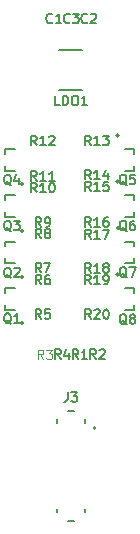
<source format=gbr>
%TF.GenerationSoftware,KiCad,Pcbnew,9.0.0*%
%TF.CreationDate,2025-04-08T23:38:32-04:00*%
%TF.ProjectId,pideck,70696465-636b-42e6-9b69-6361645f7063,rev?*%
%TF.SameCoordinates,Original*%
%TF.FileFunction,Legend,Top*%
%TF.FilePolarity,Positive*%
%FSLAX46Y46*%
G04 Gerber Fmt 4.6, Leading zero omitted, Abs format (unit mm)*
G04 Created by KiCad (PCBNEW 9.0.0) date 2025-04-08 23:38:32*
%MOMM*%
%LPD*%
G01*
G04 APERTURE LIST*
%ADD10C,0.150000*%
%ADD11C,0.125000*%
%ADD12C,0.152400*%
%ADD13C,0.127000*%
%ADD14C,0.200000*%
G04 APERTURE END LIST*
D10*
X132735714Y-87851145D02*
X132469047Y-87470192D01*
X132278571Y-87851145D02*
X132278571Y-87051145D01*
X132278571Y-87051145D02*
X132583333Y-87051145D01*
X132583333Y-87051145D02*
X132659523Y-87089240D01*
X132659523Y-87089240D02*
X132697618Y-87127335D01*
X132697618Y-87127335D02*
X132735714Y-87203526D01*
X132735714Y-87203526D02*
X132735714Y-87317811D01*
X132735714Y-87317811D02*
X132697618Y-87394002D01*
X132697618Y-87394002D02*
X132659523Y-87432097D01*
X132659523Y-87432097D02*
X132583333Y-87470192D01*
X132583333Y-87470192D02*
X132278571Y-87470192D01*
X133497618Y-87851145D02*
X133040475Y-87851145D01*
X133269047Y-87851145D02*
X133269047Y-87051145D01*
X133269047Y-87051145D02*
X133192856Y-87165430D01*
X133192856Y-87165430D02*
X133116666Y-87241621D01*
X133116666Y-87241621D02*
X133040475Y-87279716D01*
X133802380Y-87127335D02*
X133840476Y-87089240D01*
X133840476Y-87089240D02*
X133916666Y-87051145D01*
X133916666Y-87051145D02*
X134107142Y-87051145D01*
X134107142Y-87051145D02*
X134183333Y-87089240D01*
X134183333Y-87089240D02*
X134221428Y-87127335D01*
X134221428Y-87127335D02*
X134259523Y-87203526D01*
X134259523Y-87203526D02*
X134259523Y-87279716D01*
X134259523Y-87279716D02*
X134221428Y-87394002D01*
X134221428Y-87394002D02*
X133764285Y-87851145D01*
X133764285Y-87851145D02*
X134259523Y-87851145D01*
X133116667Y-94762295D02*
X132850000Y-94381342D01*
X132659524Y-94762295D02*
X132659524Y-93962295D01*
X132659524Y-93962295D02*
X132964286Y-93962295D01*
X132964286Y-93962295D02*
X133040476Y-94000390D01*
X133040476Y-94000390D02*
X133078571Y-94038485D01*
X133078571Y-94038485D02*
X133116667Y-94114676D01*
X133116667Y-94114676D02*
X133116667Y-94228961D01*
X133116667Y-94228961D02*
X133078571Y-94305152D01*
X133078571Y-94305152D02*
X133040476Y-94343247D01*
X133040476Y-94343247D02*
X132964286Y-94381342D01*
X132964286Y-94381342D02*
X132659524Y-94381342D01*
X133497619Y-94762295D02*
X133650000Y-94762295D01*
X133650000Y-94762295D02*
X133726190Y-94724200D01*
X133726190Y-94724200D02*
X133764286Y-94686104D01*
X133764286Y-94686104D02*
X133840476Y-94571819D01*
X133840476Y-94571819D02*
X133878571Y-94419438D01*
X133878571Y-94419438D02*
X133878571Y-94114676D01*
X133878571Y-94114676D02*
X133840476Y-94038485D01*
X133840476Y-94038485D02*
X133802381Y-94000390D01*
X133802381Y-94000390D02*
X133726190Y-93962295D01*
X133726190Y-93962295D02*
X133573809Y-93962295D01*
X133573809Y-93962295D02*
X133497619Y-94000390D01*
X133497619Y-94000390D02*
X133459524Y-94038485D01*
X133459524Y-94038485D02*
X133421428Y-94114676D01*
X133421428Y-94114676D02*
X133421428Y-94305152D01*
X133421428Y-94305152D02*
X133459524Y-94381342D01*
X133459524Y-94381342D02*
X133497619Y-94419438D01*
X133497619Y-94419438D02*
X133573809Y-94457533D01*
X133573809Y-94457533D02*
X133726190Y-94457533D01*
X133726190Y-94457533D02*
X133802381Y-94419438D01*
X133802381Y-94419438D02*
X133840476Y-94381342D01*
X133840476Y-94381342D02*
X133878571Y-94305152D01*
X140373809Y-103038485D02*
X140297619Y-103000390D01*
X140297619Y-103000390D02*
X140221428Y-102924200D01*
X140221428Y-102924200D02*
X140107142Y-102809914D01*
X140107142Y-102809914D02*
X140030952Y-102771819D01*
X140030952Y-102771819D02*
X139954761Y-102771819D01*
X139992857Y-102962295D02*
X139916666Y-102924200D01*
X139916666Y-102924200D02*
X139840476Y-102848009D01*
X139840476Y-102848009D02*
X139802380Y-102695628D01*
X139802380Y-102695628D02*
X139802380Y-102428961D01*
X139802380Y-102428961D02*
X139840476Y-102276580D01*
X139840476Y-102276580D02*
X139916666Y-102200390D01*
X139916666Y-102200390D02*
X139992857Y-102162295D01*
X139992857Y-102162295D02*
X140145238Y-102162295D01*
X140145238Y-102162295D02*
X140221428Y-102200390D01*
X140221428Y-102200390D02*
X140297619Y-102276580D01*
X140297619Y-102276580D02*
X140335714Y-102428961D01*
X140335714Y-102428961D02*
X140335714Y-102695628D01*
X140335714Y-102695628D02*
X140297619Y-102848009D01*
X140297619Y-102848009D02*
X140221428Y-102924200D01*
X140221428Y-102924200D02*
X140145238Y-102962295D01*
X140145238Y-102962295D02*
X139992857Y-102962295D01*
X140792856Y-102505152D02*
X140716666Y-102467057D01*
X140716666Y-102467057D02*
X140678571Y-102428961D01*
X140678571Y-102428961D02*
X140640475Y-102352771D01*
X140640475Y-102352771D02*
X140640475Y-102314676D01*
X140640475Y-102314676D02*
X140678571Y-102238485D01*
X140678571Y-102238485D02*
X140716666Y-102200390D01*
X140716666Y-102200390D02*
X140792856Y-102162295D01*
X140792856Y-102162295D02*
X140945237Y-102162295D01*
X140945237Y-102162295D02*
X141021428Y-102200390D01*
X141021428Y-102200390D02*
X141059523Y-102238485D01*
X141059523Y-102238485D02*
X141097618Y-102314676D01*
X141097618Y-102314676D02*
X141097618Y-102352771D01*
X141097618Y-102352771D02*
X141059523Y-102428961D01*
X141059523Y-102428961D02*
X141021428Y-102467057D01*
X141021428Y-102467057D02*
X140945237Y-102505152D01*
X140945237Y-102505152D02*
X140792856Y-102505152D01*
X140792856Y-102505152D02*
X140716666Y-102543247D01*
X140716666Y-102543247D02*
X140678571Y-102581342D01*
X140678571Y-102581342D02*
X140640475Y-102657533D01*
X140640475Y-102657533D02*
X140640475Y-102809914D01*
X140640475Y-102809914D02*
X140678571Y-102886104D01*
X140678571Y-102886104D02*
X140716666Y-102924200D01*
X140716666Y-102924200D02*
X140792856Y-102962295D01*
X140792856Y-102962295D02*
X140945237Y-102962295D01*
X140945237Y-102962295D02*
X141021428Y-102924200D01*
X141021428Y-102924200D02*
X141059523Y-102886104D01*
X141059523Y-102886104D02*
X141097618Y-102809914D01*
X141097618Y-102809914D02*
X141097618Y-102657533D01*
X141097618Y-102657533D02*
X141059523Y-102581342D01*
X141059523Y-102581342D02*
X141021428Y-102543247D01*
X141021428Y-102543247D02*
X140945237Y-102505152D01*
X130573809Y-95138485D02*
X130497619Y-95100390D01*
X130497619Y-95100390D02*
X130421428Y-95024200D01*
X130421428Y-95024200D02*
X130307142Y-94909914D01*
X130307142Y-94909914D02*
X130230952Y-94871819D01*
X130230952Y-94871819D02*
X130154761Y-94871819D01*
X130192857Y-95062295D02*
X130116666Y-95024200D01*
X130116666Y-95024200D02*
X130040476Y-94948009D01*
X130040476Y-94948009D02*
X130002380Y-94795628D01*
X130002380Y-94795628D02*
X130002380Y-94528961D01*
X130002380Y-94528961D02*
X130040476Y-94376580D01*
X130040476Y-94376580D02*
X130116666Y-94300390D01*
X130116666Y-94300390D02*
X130192857Y-94262295D01*
X130192857Y-94262295D02*
X130345238Y-94262295D01*
X130345238Y-94262295D02*
X130421428Y-94300390D01*
X130421428Y-94300390D02*
X130497619Y-94376580D01*
X130497619Y-94376580D02*
X130535714Y-94528961D01*
X130535714Y-94528961D02*
X130535714Y-94795628D01*
X130535714Y-94795628D02*
X130497619Y-94948009D01*
X130497619Y-94948009D02*
X130421428Y-95024200D01*
X130421428Y-95024200D02*
X130345238Y-95062295D01*
X130345238Y-95062295D02*
X130192857Y-95062295D01*
X130802380Y-94262295D02*
X131297618Y-94262295D01*
X131297618Y-94262295D02*
X131030952Y-94567057D01*
X131030952Y-94567057D02*
X131145237Y-94567057D01*
X131145237Y-94567057D02*
X131221428Y-94605152D01*
X131221428Y-94605152D02*
X131259523Y-94643247D01*
X131259523Y-94643247D02*
X131297618Y-94719438D01*
X131297618Y-94719438D02*
X131297618Y-94909914D01*
X131297618Y-94909914D02*
X131259523Y-94986104D01*
X131259523Y-94986104D02*
X131221428Y-95024200D01*
X131221428Y-95024200D02*
X131145237Y-95062295D01*
X131145237Y-95062295D02*
X130916666Y-95062295D01*
X130916666Y-95062295D02*
X130840475Y-95024200D01*
X130840475Y-95024200D02*
X130802380Y-94986104D01*
X133116667Y-99651145D02*
X132850000Y-99270192D01*
X132659524Y-99651145D02*
X132659524Y-98851145D01*
X132659524Y-98851145D02*
X132964286Y-98851145D01*
X132964286Y-98851145D02*
X133040476Y-98889240D01*
X133040476Y-98889240D02*
X133078571Y-98927335D01*
X133078571Y-98927335D02*
X133116667Y-99003526D01*
X133116667Y-99003526D02*
X133116667Y-99117811D01*
X133116667Y-99117811D02*
X133078571Y-99194002D01*
X133078571Y-99194002D02*
X133040476Y-99232097D01*
X133040476Y-99232097D02*
X132964286Y-99270192D01*
X132964286Y-99270192D02*
X132659524Y-99270192D01*
X133802381Y-98851145D02*
X133650000Y-98851145D01*
X133650000Y-98851145D02*
X133573809Y-98889240D01*
X133573809Y-98889240D02*
X133535714Y-98927335D01*
X133535714Y-98927335D02*
X133459524Y-99041621D01*
X133459524Y-99041621D02*
X133421428Y-99194002D01*
X133421428Y-99194002D02*
X133421428Y-99498764D01*
X133421428Y-99498764D02*
X133459524Y-99574954D01*
X133459524Y-99574954D02*
X133497619Y-99613050D01*
X133497619Y-99613050D02*
X133573809Y-99651145D01*
X133573809Y-99651145D02*
X133726190Y-99651145D01*
X133726190Y-99651145D02*
X133802381Y-99613050D01*
X133802381Y-99613050D02*
X133840476Y-99574954D01*
X133840476Y-99574954D02*
X133878571Y-99498764D01*
X133878571Y-99498764D02*
X133878571Y-99308288D01*
X133878571Y-99308288D02*
X133840476Y-99232097D01*
X133840476Y-99232097D02*
X133802381Y-99194002D01*
X133802381Y-99194002D02*
X133726190Y-99155907D01*
X133726190Y-99155907D02*
X133573809Y-99155907D01*
X133573809Y-99155907D02*
X133497619Y-99194002D01*
X133497619Y-99194002D02*
X133459524Y-99232097D01*
X133459524Y-99232097D02*
X133421428Y-99308288D01*
X137335714Y-90762295D02*
X137069047Y-90381342D01*
X136878571Y-90762295D02*
X136878571Y-89962295D01*
X136878571Y-89962295D02*
X137183333Y-89962295D01*
X137183333Y-89962295D02*
X137259523Y-90000390D01*
X137259523Y-90000390D02*
X137297618Y-90038485D01*
X137297618Y-90038485D02*
X137335714Y-90114676D01*
X137335714Y-90114676D02*
X137335714Y-90228961D01*
X137335714Y-90228961D02*
X137297618Y-90305152D01*
X137297618Y-90305152D02*
X137259523Y-90343247D01*
X137259523Y-90343247D02*
X137183333Y-90381342D01*
X137183333Y-90381342D02*
X136878571Y-90381342D01*
X138097618Y-90762295D02*
X137640475Y-90762295D01*
X137869047Y-90762295D02*
X137869047Y-89962295D01*
X137869047Y-89962295D02*
X137792856Y-90076580D01*
X137792856Y-90076580D02*
X137716666Y-90152771D01*
X137716666Y-90152771D02*
X137640475Y-90190866D01*
X138783333Y-90228961D02*
X138783333Y-90762295D01*
X138592857Y-89924200D02*
X138402380Y-90495628D01*
X138402380Y-90495628D02*
X138897619Y-90495628D01*
X136258334Y-105956170D02*
X135991667Y-105575217D01*
X135801191Y-105956170D02*
X135801191Y-105156170D01*
X135801191Y-105156170D02*
X136105953Y-105156170D01*
X136105953Y-105156170D02*
X136182143Y-105194265D01*
X136182143Y-105194265D02*
X136220238Y-105232360D01*
X136220238Y-105232360D02*
X136258334Y-105308551D01*
X136258334Y-105308551D02*
X136258334Y-105422836D01*
X136258334Y-105422836D02*
X136220238Y-105499027D01*
X136220238Y-105499027D02*
X136182143Y-105537122D01*
X136182143Y-105537122D02*
X136105953Y-105575217D01*
X136105953Y-105575217D02*
X135801191Y-105575217D01*
X137020238Y-105956170D02*
X136563095Y-105956170D01*
X136791667Y-105956170D02*
X136791667Y-105156170D01*
X136791667Y-105156170D02*
X136715476Y-105270455D01*
X136715476Y-105270455D02*
X136639286Y-105346646D01*
X136639286Y-105346646D02*
X136563095Y-105384741D01*
X133116667Y-95751145D02*
X132850000Y-95370192D01*
X132659524Y-95751145D02*
X132659524Y-94951145D01*
X132659524Y-94951145D02*
X132964286Y-94951145D01*
X132964286Y-94951145D02*
X133040476Y-94989240D01*
X133040476Y-94989240D02*
X133078571Y-95027335D01*
X133078571Y-95027335D02*
X133116667Y-95103526D01*
X133116667Y-95103526D02*
X133116667Y-95217811D01*
X133116667Y-95217811D02*
X133078571Y-95294002D01*
X133078571Y-95294002D02*
X133040476Y-95332097D01*
X133040476Y-95332097D02*
X132964286Y-95370192D01*
X132964286Y-95370192D02*
X132659524Y-95370192D01*
X133573809Y-95294002D02*
X133497619Y-95255907D01*
X133497619Y-95255907D02*
X133459524Y-95217811D01*
X133459524Y-95217811D02*
X133421428Y-95141621D01*
X133421428Y-95141621D02*
X133421428Y-95103526D01*
X133421428Y-95103526D02*
X133459524Y-95027335D01*
X133459524Y-95027335D02*
X133497619Y-94989240D01*
X133497619Y-94989240D02*
X133573809Y-94951145D01*
X133573809Y-94951145D02*
X133726190Y-94951145D01*
X133726190Y-94951145D02*
X133802381Y-94989240D01*
X133802381Y-94989240D02*
X133840476Y-95027335D01*
X133840476Y-95027335D02*
X133878571Y-95103526D01*
X133878571Y-95103526D02*
X133878571Y-95141621D01*
X133878571Y-95141621D02*
X133840476Y-95217811D01*
X133840476Y-95217811D02*
X133802381Y-95255907D01*
X133802381Y-95255907D02*
X133726190Y-95294002D01*
X133726190Y-95294002D02*
X133573809Y-95294002D01*
X133573809Y-95294002D02*
X133497619Y-95332097D01*
X133497619Y-95332097D02*
X133459524Y-95370192D01*
X133459524Y-95370192D02*
X133421428Y-95446383D01*
X133421428Y-95446383D02*
X133421428Y-95598764D01*
X133421428Y-95598764D02*
X133459524Y-95674954D01*
X133459524Y-95674954D02*
X133497619Y-95713050D01*
X133497619Y-95713050D02*
X133573809Y-95751145D01*
X133573809Y-95751145D02*
X133726190Y-95751145D01*
X133726190Y-95751145D02*
X133802381Y-95713050D01*
X133802381Y-95713050D02*
X133840476Y-95674954D01*
X133840476Y-95674954D02*
X133878571Y-95598764D01*
X133878571Y-95598764D02*
X133878571Y-95446383D01*
X133878571Y-95446383D02*
X133840476Y-95370192D01*
X133840476Y-95370192D02*
X133802381Y-95332097D01*
X133802381Y-95332097D02*
X133726190Y-95294002D01*
X137335714Y-94762295D02*
X137069047Y-94381342D01*
X136878571Y-94762295D02*
X136878571Y-93962295D01*
X136878571Y-93962295D02*
X137183333Y-93962295D01*
X137183333Y-93962295D02*
X137259523Y-94000390D01*
X137259523Y-94000390D02*
X137297618Y-94038485D01*
X137297618Y-94038485D02*
X137335714Y-94114676D01*
X137335714Y-94114676D02*
X137335714Y-94228961D01*
X137335714Y-94228961D02*
X137297618Y-94305152D01*
X137297618Y-94305152D02*
X137259523Y-94343247D01*
X137259523Y-94343247D02*
X137183333Y-94381342D01*
X137183333Y-94381342D02*
X136878571Y-94381342D01*
X138097618Y-94762295D02*
X137640475Y-94762295D01*
X137869047Y-94762295D02*
X137869047Y-93962295D01*
X137869047Y-93962295D02*
X137792856Y-94076580D01*
X137792856Y-94076580D02*
X137716666Y-94152771D01*
X137716666Y-94152771D02*
X137640475Y-94190866D01*
X138783333Y-93962295D02*
X138630952Y-93962295D01*
X138630952Y-93962295D02*
X138554761Y-94000390D01*
X138554761Y-94000390D02*
X138516666Y-94038485D01*
X138516666Y-94038485D02*
X138440476Y-94152771D01*
X138440476Y-94152771D02*
X138402380Y-94305152D01*
X138402380Y-94305152D02*
X138402380Y-94609914D01*
X138402380Y-94609914D02*
X138440476Y-94686104D01*
X138440476Y-94686104D02*
X138478571Y-94724200D01*
X138478571Y-94724200D02*
X138554761Y-94762295D01*
X138554761Y-94762295D02*
X138707142Y-94762295D01*
X138707142Y-94762295D02*
X138783333Y-94724200D01*
X138783333Y-94724200D02*
X138821428Y-94686104D01*
X138821428Y-94686104D02*
X138859523Y-94609914D01*
X138859523Y-94609914D02*
X138859523Y-94419438D01*
X138859523Y-94419438D02*
X138821428Y-94343247D01*
X138821428Y-94343247D02*
X138783333Y-94305152D01*
X138783333Y-94305152D02*
X138707142Y-94267057D01*
X138707142Y-94267057D02*
X138554761Y-94267057D01*
X138554761Y-94267057D02*
X138478571Y-94305152D01*
X138478571Y-94305152D02*
X138440476Y-94343247D01*
X138440476Y-94343247D02*
X138402380Y-94419438D01*
X130573809Y-99096318D02*
X130497619Y-99058223D01*
X130497619Y-99058223D02*
X130421428Y-98982033D01*
X130421428Y-98982033D02*
X130307142Y-98867747D01*
X130307142Y-98867747D02*
X130230952Y-98829652D01*
X130230952Y-98829652D02*
X130154761Y-98829652D01*
X130192857Y-99020128D02*
X130116666Y-98982033D01*
X130116666Y-98982033D02*
X130040476Y-98905842D01*
X130040476Y-98905842D02*
X130002380Y-98753461D01*
X130002380Y-98753461D02*
X130002380Y-98486794D01*
X130002380Y-98486794D02*
X130040476Y-98334413D01*
X130040476Y-98334413D02*
X130116666Y-98258223D01*
X130116666Y-98258223D02*
X130192857Y-98220128D01*
X130192857Y-98220128D02*
X130345238Y-98220128D01*
X130345238Y-98220128D02*
X130421428Y-98258223D01*
X130421428Y-98258223D02*
X130497619Y-98334413D01*
X130497619Y-98334413D02*
X130535714Y-98486794D01*
X130535714Y-98486794D02*
X130535714Y-98753461D01*
X130535714Y-98753461D02*
X130497619Y-98905842D01*
X130497619Y-98905842D02*
X130421428Y-98982033D01*
X130421428Y-98982033D02*
X130345238Y-99020128D01*
X130345238Y-99020128D02*
X130192857Y-99020128D01*
X130840475Y-98296318D02*
X130878571Y-98258223D01*
X130878571Y-98258223D02*
X130954761Y-98220128D01*
X130954761Y-98220128D02*
X131145237Y-98220128D01*
X131145237Y-98220128D02*
X131221428Y-98258223D01*
X131221428Y-98258223D02*
X131259523Y-98296318D01*
X131259523Y-98296318D02*
X131297618Y-98372509D01*
X131297618Y-98372509D02*
X131297618Y-98448699D01*
X131297618Y-98448699D02*
X131259523Y-98562985D01*
X131259523Y-98562985D02*
X130802380Y-99020128D01*
X130802380Y-99020128D02*
X131297618Y-99020128D01*
X140373809Y-99056819D02*
X140297619Y-99018724D01*
X140297619Y-99018724D02*
X140221428Y-98942534D01*
X140221428Y-98942534D02*
X140107142Y-98828248D01*
X140107142Y-98828248D02*
X140030952Y-98790153D01*
X140030952Y-98790153D02*
X139954761Y-98790153D01*
X139992857Y-98980629D02*
X139916666Y-98942534D01*
X139916666Y-98942534D02*
X139840476Y-98866343D01*
X139840476Y-98866343D02*
X139802380Y-98713962D01*
X139802380Y-98713962D02*
X139802380Y-98447295D01*
X139802380Y-98447295D02*
X139840476Y-98294914D01*
X139840476Y-98294914D02*
X139916666Y-98218724D01*
X139916666Y-98218724D02*
X139992857Y-98180629D01*
X139992857Y-98180629D02*
X140145238Y-98180629D01*
X140145238Y-98180629D02*
X140221428Y-98218724D01*
X140221428Y-98218724D02*
X140297619Y-98294914D01*
X140297619Y-98294914D02*
X140335714Y-98447295D01*
X140335714Y-98447295D02*
X140335714Y-98713962D01*
X140335714Y-98713962D02*
X140297619Y-98866343D01*
X140297619Y-98866343D02*
X140221428Y-98942534D01*
X140221428Y-98942534D02*
X140145238Y-98980629D01*
X140145238Y-98980629D02*
X139992857Y-98980629D01*
X140602380Y-98180629D02*
X141135714Y-98180629D01*
X141135714Y-98180629D02*
X140792856Y-98980629D01*
X137335714Y-98662295D02*
X137069047Y-98281342D01*
X136878571Y-98662295D02*
X136878571Y-97862295D01*
X136878571Y-97862295D02*
X137183333Y-97862295D01*
X137183333Y-97862295D02*
X137259523Y-97900390D01*
X137259523Y-97900390D02*
X137297618Y-97938485D01*
X137297618Y-97938485D02*
X137335714Y-98014676D01*
X137335714Y-98014676D02*
X137335714Y-98128961D01*
X137335714Y-98128961D02*
X137297618Y-98205152D01*
X137297618Y-98205152D02*
X137259523Y-98243247D01*
X137259523Y-98243247D02*
X137183333Y-98281342D01*
X137183333Y-98281342D02*
X136878571Y-98281342D01*
X138097618Y-98662295D02*
X137640475Y-98662295D01*
X137869047Y-98662295D02*
X137869047Y-97862295D01*
X137869047Y-97862295D02*
X137792856Y-97976580D01*
X137792856Y-97976580D02*
X137716666Y-98052771D01*
X137716666Y-98052771D02*
X137640475Y-98090866D01*
X138554761Y-98205152D02*
X138478571Y-98167057D01*
X138478571Y-98167057D02*
X138440476Y-98128961D01*
X138440476Y-98128961D02*
X138402380Y-98052771D01*
X138402380Y-98052771D02*
X138402380Y-98014676D01*
X138402380Y-98014676D02*
X138440476Y-97938485D01*
X138440476Y-97938485D02*
X138478571Y-97900390D01*
X138478571Y-97900390D02*
X138554761Y-97862295D01*
X138554761Y-97862295D02*
X138707142Y-97862295D01*
X138707142Y-97862295D02*
X138783333Y-97900390D01*
X138783333Y-97900390D02*
X138821428Y-97938485D01*
X138821428Y-97938485D02*
X138859523Y-98014676D01*
X138859523Y-98014676D02*
X138859523Y-98052771D01*
X138859523Y-98052771D02*
X138821428Y-98128961D01*
X138821428Y-98128961D02*
X138783333Y-98167057D01*
X138783333Y-98167057D02*
X138707142Y-98205152D01*
X138707142Y-98205152D02*
X138554761Y-98205152D01*
X138554761Y-98205152D02*
X138478571Y-98243247D01*
X138478571Y-98243247D02*
X138440476Y-98281342D01*
X138440476Y-98281342D02*
X138402380Y-98357533D01*
X138402380Y-98357533D02*
X138402380Y-98509914D01*
X138402380Y-98509914D02*
X138440476Y-98586104D01*
X138440476Y-98586104D02*
X138478571Y-98624200D01*
X138478571Y-98624200D02*
X138554761Y-98662295D01*
X138554761Y-98662295D02*
X138707142Y-98662295D01*
X138707142Y-98662295D02*
X138783333Y-98624200D01*
X138783333Y-98624200D02*
X138821428Y-98586104D01*
X138821428Y-98586104D02*
X138859523Y-98509914D01*
X138859523Y-98509914D02*
X138859523Y-98357533D01*
X138859523Y-98357533D02*
X138821428Y-98281342D01*
X138821428Y-98281342D02*
X138783333Y-98243247D01*
X138783333Y-98243247D02*
X138707142Y-98205152D01*
X132735714Y-91851145D02*
X132469047Y-91470192D01*
X132278571Y-91851145D02*
X132278571Y-91051145D01*
X132278571Y-91051145D02*
X132583333Y-91051145D01*
X132583333Y-91051145D02*
X132659523Y-91089240D01*
X132659523Y-91089240D02*
X132697618Y-91127335D01*
X132697618Y-91127335D02*
X132735714Y-91203526D01*
X132735714Y-91203526D02*
X132735714Y-91317811D01*
X132735714Y-91317811D02*
X132697618Y-91394002D01*
X132697618Y-91394002D02*
X132659523Y-91432097D01*
X132659523Y-91432097D02*
X132583333Y-91470192D01*
X132583333Y-91470192D02*
X132278571Y-91470192D01*
X133497618Y-91851145D02*
X133040475Y-91851145D01*
X133269047Y-91851145D02*
X133269047Y-91051145D01*
X133269047Y-91051145D02*
X133192856Y-91165430D01*
X133192856Y-91165430D02*
X133116666Y-91241621D01*
X133116666Y-91241621D02*
X133040475Y-91279716D01*
X133992857Y-91051145D02*
X134069047Y-91051145D01*
X134069047Y-91051145D02*
X134145238Y-91089240D01*
X134145238Y-91089240D02*
X134183333Y-91127335D01*
X134183333Y-91127335D02*
X134221428Y-91203526D01*
X134221428Y-91203526D02*
X134259523Y-91355907D01*
X134259523Y-91355907D02*
X134259523Y-91546383D01*
X134259523Y-91546383D02*
X134221428Y-91698764D01*
X134221428Y-91698764D02*
X134183333Y-91774954D01*
X134183333Y-91774954D02*
X134145238Y-91813050D01*
X134145238Y-91813050D02*
X134069047Y-91851145D01*
X134069047Y-91851145D02*
X133992857Y-91851145D01*
X133992857Y-91851145D02*
X133916666Y-91813050D01*
X133916666Y-91813050D02*
X133878571Y-91774954D01*
X133878571Y-91774954D02*
X133840476Y-91698764D01*
X133840476Y-91698764D02*
X133802380Y-91546383D01*
X133802380Y-91546383D02*
X133802380Y-91355907D01*
X133802380Y-91355907D02*
X133840476Y-91203526D01*
X133840476Y-91203526D02*
X133878571Y-91127335D01*
X133878571Y-91127335D02*
X133916666Y-91089240D01*
X133916666Y-91089240D02*
X133992857Y-91051145D01*
X135541667Y-77436104D02*
X135503571Y-77474200D01*
X135503571Y-77474200D02*
X135389286Y-77512295D01*
X135389286Y-77512295D02*
X135313095Y-77512295D01*
X135313095Y-77512295D02*
X135198809Y-77474200D01*
X135198809Y-77474200D02*
X135122619Y-77398009D01*
X135122619Y-77398009D02*
X135084524Y-77321819D01*
X135084524Y-77321819D02*
X135046428Y-77169438D01*
X135046428Y-77169438D02*
X135046428Y-77055152D01*
X135046428Y-77055152D02*
X135084524Y-76902771D01*
X135084524Y-76902771D02*
X135122619Y-76826580D01*
X135122619Y-76826580D02*
X135198809Y-76750390D01*
X135198809Y-76750390D02*
X135313095Y-76712295D01*
X135313095Y-76712295D02*
X135389286Y-76712295D01*
X135389286Y-76712295D02*
X135503571Y-76750390D01*
X135503571Y-76750390D02*
X135541667Y-76788485D01*
X135808333Y-76712295D02*
X136303571Y-76712295D01*
X136303571Y-76712295D02*
X136036905Y-77017057D01*
X136036905Y-77017057D02*
X136151190Y-77017057D01*
X136151190Y-77017057D02*
X136227381Y-77055152D01*
X136227381Y-77055152D02*
X136265476Y-77093247D01*
X136265476Y-77093247D02*
X136303571Y-77169438D01*
X136303571Y-77169438D02*
X136303571Y-77359914D01*
X136303571Y-77359914D02*
X136265476Y-77436104D01*
X136265476Y-77436104D02*
X136227381Y-77474200D01*
X136227381Y-77474200D02*
X136151190Y-77512295D01*
X136151190Y-77512295D02*
X135922619Y-77512295D01*
X135922619Y-77512295D02*
X135846428Y-77474200D01*
X135846428Y-77474200D02*
X135808333Y-77436104D01*
X137016667Y-77436104D02*
X136978571Y-77474200D01*
X136978571Y-77474200D02*
X136864286Y-77512295D01*
X136864286Y-77512295D02*
X136788095Y-77512295D01*
X136788095Y-77512295D02*
X136673809Y-77474200D01*
X136673809Y-77474200D02*
X136597619Y-77398009D01*
X136597619Y-77398009D02*
X136559524Y-77321819D01*
X136559524Y-77321819D02*
X136521428Y-77169438D01*
X136521428Y-77169438D02*
X136521428Y-77055152D01*
X136521428Y-77055152D02*
X136559524Y-76902771D01*
X136559524Y-76902771D02*
X136597619Y-76826580D01*
X136597619Y-76826580D02*
X136673809Y-76750390D01*
X136673809Y-76750390D02*
X136788095Y-76712295D01*
X136788095Y-76712295D02*
X136864286Y-76712295D01*
X136864286Y-76712295D02*
X136978571Y-76750390D01*
X136978571Y-76750390D02*
X137016667Y-76788485D01*
X137321428Y-76788485D02*
X137359524Y-76750390D01*
X137359524Y-76750390D02*
X137435714Y-76712295D01*
X137435714Y-76712295D02*
X137626190Y-76712295D01*
X137626190Y-76712295D02*
X137702381Y-76750390D01*
X137702381Y-76750390D02*
X137740476Y-76788485D01*
X137740476Y-76788485D02*
X137778571Y-76864676D01*
X137778571Y-76864676D02*
X137778571Y-76940866D01*
X137778571Y-76940866D02*
X137740476Y-77055152D01*
X137740476Y-77055152D02*
X137283333Y-77512295D01*
X137283333Y-77512295D02*
X137778571Y-77512295D01*
X134775000Y-105956170D02*
X134508333Y-105575217D01*
X134317857Y-105956170D02*
X134317857Y-105156170D01*
X134317857Y-105156170D02*
X134622619Y-105156170D01*
X134622619Y-105156170D02*
X134698809Y-105194265D01*
X134698809Y-105194265D02*
X134736904Y-105232360D01*
X134736904Y-105232360D02*
X134775000Y-105308551D01*
X134775000Y-105308551D02*
X134775000Y-105422836D01*
X134775000Y-105422836D02*
X134736904Y-105499027D01*
X134736904Y-105499027D02*
X134698809Y-105537122D01*
X134698809Y-105537122D02*
X134622619Y-105575217D01*
X134622619Y-105575217D02*
X134317857Y-105575217D01*
X135460714Y-105422836D02*
X135460714Y-105956170D01*
X135270238Y-105118075D02*
X135079761Y-105689503D01*
X135079761Y-105689503D02*
X135575000Y-105689503D01*
X134697619Y-84462295D02*
X134316667Y-84462295D01*
X134316667Y-84462295D02*
X134316667Y-83662295D01*
X134964286Y-84462295D02*
X134964286Y-83662295D01*
X134964286Y-83662295D02*
X135154762Y-83662295D01*
X135154762Y-83662295D02*
X135269048Y-83700390D01*
X135269048Y-83700390D02*
X135345238Y-83776580D01*
X135345238Y-83776580D02*
X135383333Y-83852771D01*
X135383333Y-83852771D02*
X135421429Y-84005152D01*
X135421429Y-84005152D02*
X135421429Y-84119438D01*
X135421429Y-84119438D02*
X135383333Y-84271819D01*
X135383333Y-84271819D02*
X135345238Y-84348009D01*
X135345238Y-84348009D02*
X135269048Y-84424200D01*
X135269048Y-84424200D02*
X135154762Y-84462295D01*
X135154762Y-84462295D02*
X134964286Y-84462295D01*
X135916667Y-83662295D02*
X136069048Y-83662295D01*
X136069048Y-83662295D02*
X136145238Y-83700390D01*
X136145238Y-83700390D02*
X136221429Y-83776580D01*
X136221429Y-83776580D02*
X136259524Y-83928961D01*
X136259524Y-83928961D02*
X136259524Y-84195628D01*
X136259524Y-84195628D02*
X136221429Y-84348009D01*
X136221429Y-84348009D02*
X136145238Y-84424200D01*
X136145238Y-84424200D02*
X136069048Y-84462295D01*
X136069048Y-84462295D02*
X135916667Y-84462295D01*
X135916667Y-84462295D02*
X135840476Y-84424200D01*
X135840476Y-84424200D02*
X135764286Y-84348009D01*
X135764286Y-84348009D02*
X135726190Y-84195628D01*
X135726190Y-84195628D02*
X135726190Y-83928961D01*
X135726190Y-83928961D02*
X135764286Y-83776580D01*
X135764286Y-83776580D02*
X135840476Y-83700390D01*
X135840476Y-83700390D02*
X135916667Y-83662295D01*
X137021428Y-84462295D02*
X136564285Y-84462295D01*
X136792857Y-84462295D02*
X136792857Y-83662295D01*
X136792857Y-83662295D02*
X136716666Y-83776580D01*
X136716666Y-83776580D02*
X136640476Y-83852771D01*
X136640476Y-83852771D02*
X136564285Y-83890866D01*
X133116667Y-98637428D02*
X132850000Y-98256475D01*
X132659524Y-98637428D02*
X132659524Y-97837428D01*
X132659524Y-97837428D02*
X132964286Y-97837428D01*
X132964286Y-97837428D02*
X133040476Y-97875523D01*
X133040476Y-97875523D02*
X133078571Y-97913618D01*
X133078571Y-97913618D02*
X133116667Y-97989809D01*
X133116667Y-97989809D02*
X133116667Y-98104094D01*
X133116667Y-98104094D02*
X133078571Y-98180285D01*
X133078571Y-98180285D02*
X133040476Y-98218380D01*
X133040476Y-98218380D02*
X132964286Y-98256475D01*
X132964286Y-98256475D02*
X132659524Y-98256475D01*
X133383333Y-97837428D02*
X133916667Y-97837428D01*
X133916667Y-97837428D02*
X133573809Y-98637428D01*
X137335714Y-102562295D02*
X137069047Y-102181342D01*
X136878571Y-102562295D02*
X136878571Y-101762295D01*
X136878571Y-101762295D02*
X137183333Y-101762295D01*
X137183333Y-101762295D02*
X137259523Y-101800390D01*
X137259523Y-101800390D02*
X137297618Y-101838485D01*
X137297618Y-101838485D02*
X137335714Y-101914676D01*
X137335714Y-101914676D02*
X137335714Y-102028961D01*
X137335714Y-102028961D02*
X137297618Y-102105152D01*
X137297618Y-102105152D02*
X137259523Y-102143247D01*
X137259523Y-102143247D02*
X137183333Y-102181342D01*
X137183333Y-102181342D02*
X136878571Y-102181342D01*
X137640475Y-101838485D02*
X137678571Y-101800390D01*
X137678571Y-101800390D02*
X137754761Y-101762295D01*
X137754761Y-101762295D02*
X137945237Y-101762295D01*
X137945237Y-101762295D02*
X138021428Y-101800390D01*
X138021428Y-101800390D02*
X138059523Y-101838485D01*
X138059523Y-101838485D02*
X138097618Y-101914676D01*
X138097618Y-101914676D02*
X138097618Y-101990866D01*
X138097618Y-101990866D02*
X138059523Y-102105152D01*
X138059523Y-102105152D02*
X137602380Y-102562295D01*
X137602380Y-102562295D02*
X138097618Y-102562295D01*
X138592857Y-101762295D02*
X138669047Y-101762295D01*
X138669047Y-101762295D02*
X138745238Y-101800390D01*
X138745238Y-101800390D02*
X138783333Y-101838485D01*
X138783333Y-101838485D02*
X138821428Y-101914676D01*
X138821428Y-101914676D02*
X138859523Y-102067057D01*
X138859523Y-102067057D02*
X138859523Y-102257533D01*
X138859523Y-102257533D02*
X138821428Y-102409914D01*
X138821428Y-102409914D02*
X138783333Y-102486104D01*
X138783333Y-102486104D02*
X138745238Y-102524200D01*
X138745238Y-102524200D02*
X138669047Y-102562295D01*
X138669047Y-102562295D02*
X138592857Y-102562295D01*
X138592857Y-102562295D02*
X138516666Y-102524200D01*
X138516666Y-102524200D02*
X138478571Y-102486104D01*
X138478571Y-102486104D02*
X138440476Y-102409914D01*
X138440476Y-102409914D02*
X138402380Y-102257533D01*
X138402380Y-102257533D02*
X138402380Y-102067057D01*
X138402380Y-102067057D02*
X138440476Y-101914676D01*
X138440476Y-101914676D02*
X138478571Y-101838485D01*
X138478571Y-101838485D02*
X138516666Y-101800390D01*
X138516666Y-101800390D02*
X138592857Y-101762295D01*
D11*
X133291667Y-105963595D02*
X133025000Y-105582642D01*
X132834524Y-105963595D02*
X132834524Y-105163595D01*
X132834524Y-105163595D02*
X133139286Y-105163595D01*
X133139286Y-105163595D02*
X133215476Y-105201690D01*
X133215476Y-105201690D02*
X133253571Y-105239785D01*
X133253571Y-105239785D02*
X133291667Y-105315976D01*
X133291667Y-105315976D02*
X133291667Y-105430261D01*
X133291667Y-105430261D02*
X133253571Y-105506452D01*
X133253571Y-105506452D02*
X133215476Y-105544547D01*
X133215476Y-105544547D02*
X133139286Y-105582642D01*
X133139286Y-105582642D02*
X132834524Y-105582642D01*
X133558333Y-105163595D02*
X134053571Y-105163595D01*
X134053571Y-105163595D02*
X133786905Y-105468357D01*
X133786905Y-105468357D02*
X133901190Y-105468357D01*
X133901190Y-105468357D02*
X133977381Y-105506452D01*
X133977381Y-105506452D02*
X134015476Y-105544547D01*
X134015476Y-105544547D02*
X134053571Y-105620738D01*
X134053571Y-105620738D02*
X134053571Y-105811214D01*
X134053571Y-105811214D02*
X134015476Y-105887404D01*
X134015476Y-105887404D02*
X133977381Y-105925500D01*
X133977381Y-105925500D02*
X133901190Y-105963595D01*
X133901190Y-105963595D02*
X133672619Y-105963595D01*
X133672619Y-105963595D02*
X133596428Y-105925500D01*
X133596428Y-105925500D02*
X133558333Y-105887404D01*
D10*
X137335714Y-91741011D02*
X137069047Y-91360058D01*
X136878571Y-91741011D02*
X136878571Y-90941011D01*
X136878571Y-90941011D02*
X137183333Y-90941011D01*
X137183333Y-90941011D02*
X137259523Y-90979106D01*
X137259523Y-90979106D02*
X137297618Y-91017201D01*
X137297618Y-91017201D02*
X137335714Y-91093392D01*
X137335714Y-91093392D02*
X137335714Y-91207677D01*
X137335714Y-91207677D02*
X137297618Y-91283868D01*
X137297618Y-91283868D02*
X137259523Y-91321963D01*
X137259523Y-91321963D02*
X137183333Y-91360058D01*
X137183333Y-91360058D02*
X136878571Y-91360058D01*
X138097618Y-91741011D02*
X137640475Y-91741011D01*
X137869047Y-91741011D02*
X137869047Y-90941011D01*
X137869047Y-90941011D02*
X137792856Y-91055296D01*
X137792856Y-91055296D02*
X137716666Y-91131487D01*
X137716666Y-91131487D02*
X137640475Y-91169582D01*
X138821428Y-90941011D02*
X138440476Y-90941011D01*
X138440476Y-90941011D02*
X138402380Y-91321963D01*
X138402380Y-91321963D02*
X138440476Y-91283868D01*
X138440476Y-91283868D02*
X138516666Y-91245773D01*
X138516666Y-91245773D02*
X138707142Y-91245773D01*
X138707142Y-91245773D02*
X138783333Y-91283868D01*
X138783333Y-91283868D02*
X138821428Y-91321963D01*
X138821428Y-91321963D02*
X138859523Y-91398154D01*
X138859523Y-91398154D02*
X138859523Y-91588630D01*
X138859523Y-91588630D02*
X138821428Y-91664820D01*
X138821428Y-91664820D02*
X138783333Y-91702916D01*
X138783333Y-91702916D02*
X138707142Y-91741011D01*
X138707142Y-91741011D02*
X138516666Y-91741011D01*
X138516666Y-91741011D02*
X138440476Y-91702916D01*
X138440476Y-91702916D02*
X138402380Y-91664820D01*
X140373809Y-95138485D02*
X140297619Y-95100390D01*
X140297619Y-95100390D02*
X140221428Y-95024200D01*
X140221428Y-95024200D02*
X140107142Y-94909914D01*
X140107142Y-94909914D02*
X140030952Y-94871819D01*
X140030952Y-94871819D02*
X139954761Y-94871819D01*
X139992857Y-95062295D02*
X139916666Y-95024200D01*
X139916666Y-95024200D02*
X139840476Y-94948009D01*
X139840476Y-94948009D02*
X139802380Y-94795628D01*
X139802380Y-94795628D02*
X139802380Y-94528961D01*
X139802380Y-94528961D02*
X139840476Y-94376580D01*
X139840476Y-94376580D02*
X139916666Y-94300390D01*
X139916666Y-94300390D02*
X139992857Y-94262295D01*
X139992857Y-94262295D02*
X140145238Y-94262295D01*
X140145238Y-94262295D02*
X140221428Y-94300390D01*
X140221428Y-94300390D02*
X140297619Y-94376580D01*
X140297619Y-94376580D02*
X140335714Y-94528961D01*
X140335714Y-94528961D02*
X140335714Y-94795628D01*
X140335714Y-94795628D02*
X140297619Y-94948009D01*
X140297619Y-94948009D02*
X140221428Y-95024200D01*
X140221428Y-95024200D02*
X140145238Y-95062295D01*
X140145238Y-95062295D02*
X139992857Y-95062295D01*
X141021428Y-94262295D02*
X140869047Y-94262295D01*
X140869047Y-94262295D02*
X140792856Y-94300390D01*
X140792856Y-94300390D02*
X140754761Y-94338485D01*
X140754761Y-94338485D02*
X140678571Y-94452771D01*
X140678571Y-94452771D02*
X140640475Y-94605152D01*
X140640475Y-94605152D02*
X140640475Y-94909914D01*
X140640475Y-94909914D02*
X140678571Y-94986104D01*
X140678571Y-94986104D02*
X140716666Y-95024200D01*
X140716666Y-95024200D02*
X140792856Y-95062295D01*
X140792856Y-95062295D02*
X140945237Y-95062295D01*
X140945237Y-95062295D02*
X141021428Y-95024200D01*
X141021428Y-95024200D02*
X141059523Y-94986104D01*
X141059523Y-94986104D02*
X141097618Y-94909914D01*
X141097618Y-94909914D02*
X141097618Y-94719438D01*
X141097618Y-94719438D02*
X141059523Y-94643247D01*
X141059523Y-94643247D02*
X141021428Y-94605152D01*
X141021428Y-94605152D02*
X140945237Y-94567057D01*
X140945237Y-94567057D02*
X140792856Y-94567057D01*
X140792856Y-94567057D02*
X140716666Y-94605152D01*
X140716666Y-94605152D02*
X140678571Y-94643247D01*
X140678571Y-94643247D02*
X140640475Y-94719438D01*
X132735714Y-90862295D02*
X132469047Y-90481342D01*
X132278571Y-90862295D02*
X132278571Y-90062295D01*
X132278571Y-90062295D02*
X132583333Y-90062295D01*
X132583333Y-90062295D02*
X132659523Y-90100390D01*
X132659523Y-90100390D02*
X132697618Y-90138485D01*
X132697618Y-90138485D02*
X132735714Y-90214676D01*
X132735714Y-90214676D02*
X132735714Y-90328961D01*
X132735714Y-90328961D02*
X132697618Y-90405152D01*
X132697618Y-90405152D02*
X132659523Y-90443247D01*
X132659523Y-90443247D02*
X132583333Y-90481342D01*
X132583333Y-90481342D02*
X132278571Y-90481342D01*
X133497618Y-90862295D02*
X133040475Y-90862295D01*
X133269047Y-90862295D02*
X133269047Y-90062295D01*
X133269047Y-90062295D02*
X133192856Y-90176580D01*
X133192856Y-90176580D02*
X133116666Y-90252771D01*
X133116666Y-90252771D02*
X133040475Y-90290866D01*
X134259523Y-90862295D02*
X133802380Y-90862295D01*
X134030952Y-90862295D02*
X134030952Y-90062295D01*
X134030952Y-90062295D02*
X133954761Y-90176580D01*
X133954761Y-90176580D02*
X133878571Y-90252771D01*
X133878571Y-90252771D02*
X133802380Y-90290866D01*
X130573809Y-102978485D02*
X130497619Y-102940390D01*
X130497619Y-102940390D02*
X130421428Y-102864200D01*
X130421428Y-102864200D02*
X130307142Y-102749914D01*
X130307142Y-102749914D02*
X130230952Y-102711819D01*
X130230952Y-102711819D02*
X130154761Y-102711819D01*
X130192857Y-102902295D02*
X130116666Y-102864200D01*
X130116666Y-102864200D02*
X130040476Y-102788009D01*
X130040476Y-102788009D02*
X130002380Y-102635628D01*
X130002380Y-102635628D02*
X130002380Y-102368961D01*
X130002380Y-102368961D02*
X130040476Y-102216580D01*
X130040476Y-102216580D02*
X130116666Y-102140390D01*
X130116666Y-102140390D02*
X130192857Y-102102295D01*
X130192857Y-102102295D02*
X130345238Y-102102295D01*
X130345238Y-102102295D02*
X130421428Y-102140390D01*
X130421428Y-102140390D02*
X130497619Y-102216580D01*
X130497619Y-102216580D02*
X130535714Y-102368961D01*
X130535714Y-102368961D02*
X130535714Y-102635628D01*
X130535714Y-102635628D02*
X130497619Y-102788009D01*
X130497619Y-102788009D02*
X130421428Y-102864200D01*
X130421428Y-102864200D02*
X130345238Y-102902295D01*
X130345238Y-102902295D02*
X130192857Y-102902295D01*
X131297618Y-102902295D02*
X130840475Y-102902295D01*
X131069047Y-102902295D02*
X131069047Y-102102295D01*
X131069047Y-102102295D02*
X130992856Y-102216580D01*
X130992856Y-102216580D02*
X130916666Y-102292771D01*
X130916666Y-102292771D02*
X130840475Y-102330866D01*
X135383333Y-108787295D02*
X135383333Y-109358723D01*
X135383333Y-109358723D02*
X135345238Y-109473009D01*
X135345238Y-109473009D02*
X135269047Y-109549200D01*
X135269047Y-109549200D02*
X135154762Y-109587295D01*
X135154762Y-109587295D02*
X135078571Y-109587295D01*
X135688095Y-108787295D02*
X136183333Y-108787295D01*
X136183333Y-108787295D02*
X135916667Y-109092057D01*
X135916667Y-109092057D02*
X136030952Y-109092057D01*
X136030952Y-109092057D02*
X136107143Y-109130152D01*
X136107143Y-109130152D02*
X136145238Y-109168247D01*
X136145238Y-109168247D02*
X136183333Y-109244438D01*
X136183333Y-109244438D02*
X136183333Y-109434914D01*
X136183333Y-109434914D02*
X136145238Y-109511104D01*
X136145238Y-109511104D02*
X136107143Y-109549200D01*
X136107143Y-109549200D02*
X136030952Y-109587295D01*
X136030952Y-109587295D02*
X135802381Y-109587295D01*
X135802381Y-109587295D02*
X135726190Y-109549200D01*
X135726190Y-109549200D02*
X135688095Y-109511104D01*
X137335714Y-95800678D02*
X137069047Y-95419725D01*
X136878571Y-95800678D02*
X136878571Y-95000678D01*
X136878571Y-95000678D02*
X137183333Y-95000678D01*
X137183333Y-95000678D02*
X137259523Y-95038773D01*
X137259523Y-95038773D02*
X137297618Y-95076868D01*
X137297618Y-95076868D02*
X137335714Y-95153059D01*
X137335714Y-95153059D02*
X137335714Y-95267344D01*
X137335714Y-95267344D02*
X137297618Y-95343535D01*
X137297618Y-95343535D02*
X137259523Y-95381630D01*
X137259523Y-95381630D02*
X137183333Y-95419725D01*
X137183333Y-95419725D02*
X136878571Y-95419725D01*
X138097618Y-95800678D02*
X137640475Y-95800678D01*
X137869047Y-95800678D02*
X137869047Y-95000678D01*
X137869047Y-95000678D02*
X137792856Y-95114963D01*
X137792856Y-95114963D02*
X137716666Y-95191154D01*
X137716666Y-95191154D02*
X137640475Y-95229249D01*
X138364285Y-95000678D02*
X138897619Y-95000678D01*
X138897619Y-95000678D02*
X138554761Y-95800678D01*
X137335714Y-99651145D02*
X137069047Y-99270192D01*
X136878571Y-99651145D02*
X136878571Y-98851145D01*
X136878571Y-98851145D02*
X137183333Y-98851145D01*
X137183333Y-98851145D02*
X137259523Y-98889240D01*
X137259523Y-98889240D02*
X137297618Y-98927335D01*
X137297618Y-98927335D02*
X137335714Y-99003526D01*
X137335714Y-99003526D02*
X137335714Y-99117811D01*
X137335714Y-99117811D02*
X137297618Y-99194002D01*
X137297618Y-99194002D02*
X137259523Y-99232097D01*
X137259523Y-99232097D02*
X137183333Y-99270192D01*
X137183333Y-99270192D02*
X136878571Y-99270192D01*
X138097618Y-99651145D02*
X137640475Y-99651145D01*
X137869047Y-99651145D02*
X137869047Y-98851145D01*
X137869047Y-98851145D02*
X137792856Y-98965430D01*
X137792856Y-98965430D02*
X137716666Y-99041621D01*
X137716666Y-99041621D02*
X137640475Y-99079716D01*
X138478571Y-99651145D02*
X138630952Y-99651145D01*
X138630952Y-99651145D02*
X138707142Y-99613050D01*
X138707142Y-99613050D02*
X138745238Y-99574954D01*
X138745238Y-99574954D02*
X138821428Y-99460669D01*
X138821428Y-99460669D02*
X138859523Y-99308288D01*
X138859523Y-99308288D02*
X138859523Y-99003526D01*
X138859523Y-99003526D02*
X138821428Y-98927335D01*
X138821428Y-98927335D02*
X138783333Y-98889240D01*
X138783333Y-98889240D02*
X138707142Y-98851145D01*
X138707142Y-98851145D02*
X138554761Y-98851145D01*
X138554761Y-98851145D02*
X138478571Y-98889240D01*
X138478571Y-98889240D02*
X138440476Y-98927335D01*
X138440476Y-98927335D02*
X138402380Y-99003526D01*
X138402380Y-99003526D02*
X138402380Y-99194002D01*
X138402380Y-99194002D02*
X138440476Y-99270192D01*
X138440476Y-99270192D02*
X138478571Y-99308288D01*
X138478571Y-99308288D02*
X138554761Y-99346383D01*
X138554761Y-99346383D02*
X138707142Y-99346383D01*
X138707142Y-99346383D02*
X138783333Y-99308288D01*
X138783333Y-99308288D02*
X138821428Y-99270192D01*
X138821428Y-99270192D02*
X138859523Y-99194002D01*
X140373809Y-91238485D02*
X140297619Y-91200390D01*
X140297619Y-91200390D02*
X140221428Y-91124200D01*
X140221428Y-91124200D02*
X140107142Y-91009914D01*
X140107142Y-91009914D02*
X140030952Y-90971819D01*
X140030952Y-90971819D02*
X139954761Y-90971819D01*
X139992857Y-91162295D02*
X139916666Y-91124200D01*
X139916666Y-91124200D02*
X139840476Y-91048009D01*
X139840476Y-91048009D02*
X139802380Y-90895628D01*
X139802380Y-90895628D02*
X139802380Y-90628961D01*
X139802380Y-90628961D02*
X139840476Y-90476580D01*
X139840476Y-90476580D02*
X139916666Y-90400390D01*
X139916666Y-90400390D02*
X139992857Y-90362295D01*
X139992857Y-90362295D02*
X140145238Y-90362295D01*
X140145238Y-90362295D02*
X140221428Y-90400390D01*
X140221428Y-90400390D02*
X140297619Y-90476580D01*
X140297619Y-90476580D02*
X140335714Y-90628961D01*
X140335714Y-90628961D02*
X140335714Y-90895628D01*
X140335714Y-90895628D02*
X140297619Y-91048009D01*
X140297619Y-91048009D02*
X140221428Y-91124200D01*
X140221428Y-91124200D02*
X140145238Y-91162295D01*
X140145238Y-91162295D02*
X139992857Y-91162295D01*
X141059523Y-90362295D02*
X140678571Y-90362295D01*
X140678571Y-90362295D02*
X140640475Y-90743247D01*
X140640475Y-90743247D02*
X140678571Y-90705152D01*
X140678571Y-90705152D02*
X140754761Y-90667057D01*
X140754761Y-90667057D02*
X140945237Y-90667057D01*
X140945237Y-90667057D02*
X141021428Y-90705152D01*
X141021428Y-90705152D02*
X141059523Y-90743247D01*
X141059523Y-90743247D02*
X141097618Y-90819438D01*
X141097618Y-90819438D02*
X141097618Y-91009914D01*
X141097618Y-91009914D02*
X141059523Y-91086104D01*
X141059523Y-91086104D02*
X141021428Y-91124200D01*
X141021428Y-91124200D02*
X140945237Y-91162295D01*
X140945237Y-91162295D02*
X140754761Y-91162295D01*
X140754761Y-91162295D02*
X140678571Y-91124200D01*
X140678571Y-91124200D02*
X140640475Y-91086104D01*
X133116667Y-102562295D02*
X132850000Y-102181342D01*
X132659524Y-102562295D02*
X132659524Y-101762295D01*
X132659524Y-101762295D02*
X132964286Y-101762295D01*
X132964286Y-101762295D02*
X133040476Y-101800390D01*
X133040476Y-101800390D02*
X133078571Y-101838485D01*
X133078571Y-101838485D02*
X133116667Y-101914676D01*
X133116667Y-101914676D02*
X133116667Y-102028961D01*
X133116667Y-102028961D02*
X133078571Y-102105152D01*
X133078571Y-102105152D02*
X133040476Y-102143247D01*
X133040476Y-102143247D02*
X132964286Y-102181342D01*
X132964286Y-102181342D02*
X132659524Y-102181342D01*
X133840476Y-101762295D02*
X133459524Y-101762295D01*
X133459524Y-101762295D02*
X133421428Y-102143247D01*
X133421428Y-102143247D02*
X133459524Y-102105152D01*
X133459524Y-102105152D02*
X133535714Y-102067057D01*
X133535714Y-102067057D02*
X133726190Y-102067057D01*
X133726190Y-102067057D02*
X133802381Y-102105152D01*
X133802381Y-102105152D02*
X133840476Y-102143247D01*
X133840476Y-102143247D02*
X133878571Y-102219438D01*
X133878571Y-102219438D02*
X133878571Y-102409914D01*
X133878571Y-102409914D02*
X133840476Y-102486104D01*
X133840476Y-102486104D02*
X133802381Y-102524200D01*
X133802381Y-102524200D02*
X133726190Y-102562295D01*
X133726190Y-102562295D02*
X133535714Y-102562295D01*
X133535714Y-102562295D02*
X133459524Y-102524200D01*
X133459524Y-102524200D02*
X133421428Y-102486104D01*
X137335714Y-87851145D02*
X137069047Y-87470192D01*
X136878571Y-87851145D02*
X136878571Y-87051145D01*
X136878571Y-87051145D02*
X137183333Y-87051145D01*
X137183333Y-87051145D02*
X137259523Y-87089240D01*
X137259523Y-87089240D02*
X137297618Y-87127335D01*
X137297618Y-87127335D02*
X137335714Y-87203526D01*
X137335714Y-87203526D02*
X137335714Y-87317811D01*
X137335714Y-87317811D02*
X137297618Y-87394002D01*
X137297618Y-87394002D02*
X137259523Y-87432097D01*
X137259523Y-87432097D02*
X137183333Y-87470192D01*
X137183333Y-87470192D02*
X136878571Y-87470192D01*
X138097618Y-87851145D02*
X137640475Y-87851145D01*
X137869047Y-87851145D02*
X137869047Y-87051145D01*
X137869047Y-87051145D02*
X137792856Y-87165430D01*
X137792856Y-87165430D02*
X137716666Y-87241621D01*
X137716666Y-87241621D02*
X137640475Y-87279716D01*
X138364285Y-87051145D02*
X138859523Y-87051145D01*
X138859523Y-87051145D02*
X138592857Y-87355907D01*
X138592857Y-87355907D02*
X138707142Y-87355907D01*
X138707142Y-87355907D02*
X138783333Y-87394002D01*
X138783333Y-87394002D02*
X138821428Y-87432097D01*
X138821428Y-87432097D02*
X138859523Y-87508288D01*
X138859523Y-87508288D02*
X138859523Y-87698764D01*
X138859523Y-87698764D02*
X138821428Y-87774954D01*
X138821428Y-87774954D02*
X138783333Y-87813050D01*
X138783333Y-87813050D02*
X138707142Y-87851145D01*
X138707142Y-87851145D02*
X138478571Y-87851145D01*
X138478571Y-87851145D02*
X138402380Y-87813050D01*
X138402380Y-87813050D02*
X138364285Y-87774954D01*
X134066667Y-77436104D02*
X134028571Y-77474200D01*
X134028571Y-77474200D02*
X133914286Y-77512295D01*
X133914286Y-77512295D02*
X133838095Y-77512295D01*
X133838095Y-77512295D02*
X133723809Y-77474200D01*
X133723809Y-77474200D02*
X133647619Y-77398009D01*
X133647619Y-77398009D02*
X133609524Y-77321819D01*
X133609524Y-77321819D02*
X133571428Y-77169438D01*
X133571428Y-77169438D02*
X133571428Y-77055152D01*
X133571428Y-77055152D02*
X133609524Y-76902771D01*
X133609524Y-76902771D02*
X133647619Y-76826580D01*
X133647619Y-76826580D02*
X133723809Y-76750390D01*
X133723809Y-76750390D02*
X133838095Y-76712295D01*
X133838095Y-76712295D02*
X133914286Y-76712295D01*
X133914286Y-76712295D02*
X134028571Y-76750390D01*
X134028571Y-76750390D02*
X134066667Y-76788485D01*
X134828571Y-77512295D02*
X134371428Y-77512295D01*
X134600000Y-77512295D02*
X134600000Y-76712295D01*
X134600000Y-76712295D02*
X134523809Y-76826580D01*
X134523809Y-76826580D02*
X134447619Y-76902771D01*
X134447619Y-76902771D02*
X134371428Y-76940866D01*
X137741667Y-105956170D02*
X137475000Y-105575217D01*
X137284524Y-105956170D02*
X137284524Y-105156170D01*
X137284524Y-105156170D02*
X137589286Y-105156170D01*
X137589286Y-105156170D02*
X137665476Y-105194265D01*
X137665476Y-105194265D02*
X137703571Y-105232360D01*
X137703571Y-105232360D02*
X137741667Y-105308551D01*
X137741667Y-105308551D02*
X137741667Y-105422836D01*
X137741667Y-105422836D02*
X137703571Y-105499027D01*
X137703571Y-105499027D02*
X137665476Y-105537122D01*
X137665476Y-105537122D02*
X137589286Y-105575217D01*
X137589286Y-105575217D02*
X137284524Y-105575217D01*
X138046428Y-105232360D02*
X138084524Y-105194265D01*
X138084524Y-105194265D02*
X138160714Y-105156170D01*
X138160714Y-105156170D02*
X138351190Y-105156170D01*
X138351190Y-105156170D02*
X138427381Y-105194265D01*
X138427381Y-105194265D02*
X138465476Y-105232360D01*
X138465476Y-105232360D02*
X138503571Y-105308551D01*
X138503571Y-105308551D02*
X138503571Y-105384741D01*
X138503571Y-105384741D02*
X138465476Y-105499027D01*
X138465476Y-105499027D02*
X138008333Y-105956170D01*
X138008333Y-105956170D02*
X138503571Y-105956170D01*
X130573809Y-91238485D02*
X130497619Y-91200390D01*
X130497619Y-91200390D02*
X130421428Y-91124200D01*
X130421428Y-91124200D02*
X130307142Y-91009914D01*
X130307142Y-91009914D02*
X130230952Y-90971819D01*
X130230952Y-90971819D02*
X130154761Y-90971819D01*
X130192857Y-91162295D02*
X130116666Y-91124200D01*
X130116666Y-91124200D02*
X130040476Y-91048009D01*
X130040476Y-91048009D02*
X130002380Y-90895628D01*
X130002380Y-90895628D02*
X130002380Y-90628961D01*
X130002380Y-90628961D02*
X130040476Y-90476580D01*
X130040476Y-90476580D02*
X130116666Y-90400390D01*
X130116666Y-90400390D02*
X130192857Y-90362295D01*
X130192857Y-90362295D02*
X130345238Y-90362295D01*
X130345238Y-90362295D02*
X130421428Y-90400390D01*
X130421428Y-90400390D02*
X130497619Y-90476580D01*
X130497619Y-90476580D02*
X130535714Y-90628961D01*
X130535714Y-90628961D02*
X130535714Y-90895628D01*
X130535714Y-90895628D02*
X130497619Y-91048009D01*
X130497619Y-91048009D02*
X130421428Y-91124200D01*
X130421428Y-91124200D02*
X130345238Y-91162295D01*
X130345238Y-91162295D02*
X130192857Y-91162295D01*
X131221428Y-90628961D02*
X131221428Y-91162295D01*
X131030952Y-90324200D02*
X130840475Y-90895628D01*
X130840475Y-90895628D02*
X131335714Y-90895628D01*
D12*
%TO.C,Q8*%
X140200475Y-101792099D02*
X141008800Y-101792099D01*
X141008800Y-99937899D02*
X140200475Y-99937899D01*
X141008800Y-100354459D02*
X141008800Y-99937899D01*
X141008800Y-101792099D02*
X141008800Y-101375539D01*
X139726100Y-98794899D02*
G75*
G02*
X139472100Y-98794899I-127000J0D01*
G01*
X139472100Y-98794899D02*
G75*
G02*
X139726100Y-98794899I127000J0D01*
G01*
%TO.C,Q3*%
X130091200Y-92094566D02*
X130091200Y-92511126D01*
X130091200Y-93532206D02*
X130091200Y-93948766D01*
X130091200Y-93948766D02*
X130899525Y-93948766D01*
X130899525Y-92094566D02*
X130091200Y-92094566D01*
X131627900Y-95091766D02*
G75*
G02*
X131373900Y-95091766I-127000J0D01*
G01*
X131373900Y-95091766D02*
G75*
G02*
X131627900Y-95091766I127000J0D01*
G01*
%TO.C,Q2*%
X130091200Y-96016233D02*
X130091200Y-96432793D01*
X130091200Y-97453873D02*
X130091200Y-97870433D01*
X130091200Y-97870433D02*
X130899525Y-97870433D01*
X130899525Y-96016233D02*
X130091200Y-96016233D01*
X131627900Y-99013433D02*
G75*
G02*
X131373900Y-99013433I-127000J0D01*
G01*
X131373900Y-99013433D02*
G75*
G02*
X131627900Y-99013433I127000J0D01*
G01*
%TO.C,Q7*%
X140200475Y-97870433D02*
X141008800Y-97870433D01*
X141008800Y-96016233D02*
X140200475Y-96016233D01*
X141008800Y-96432793D02*
X141008800Y-96016233D01*
X141008800Y-97870433D02*
X141008800Y-97453873D01*
X139726100Y-94873233D02*
G75*
G02*
X139472100Y-94873233I-127000J0D01*
G01*
X139472100Y-94873233D02*
G75*
G02*
X139726100Y-94873233I127000J0D01*
G01*
%TO.C,LDO1*%
X134673000Y-83176999D02*
X136627000Y-83176999D01*
X136627000Y-79823001D02*
X134673000Y-79823001D01*
%TO.C,Q6*%
X140200475Y-93948766D02*
X141008800Y-93948766D01*
X141008800Y-92094566D02*
X140200475Y-92094566D01*
X141008800Y-92511126D02*
X141008800Y-92094566D01*
X141008800Y-93948766D02*
X141008800Y-93532206D01*
X139726100Y-90951566D02*
G75*
G02*
X139472100Y-90951566I-127000J0D01*
G01*
X139472100Y-90951566D02*
G75*
G02*
X139726100Y-90951566I127000J0D01*
G01*
%TO.C,Q1*%
X130091200Y-99937899D02*
X130091200Y-100354459D01*
X130091200Y-101375539D02*
X130091200Y-101792099D01*
X130091200Y-101792099D02*
X130899525Y-101792099D01*
X130899525Y-99937899D02*
X130091200Y-99937899D01*
X131627900Y-102935099D02*
G75*
G02*
X131373900Y-102935099I-127000J0D01*
G01*
X131373900Y-102935099D02*
G75*
G02*
X131627900Y-102935099I127000J0D01*
G01*
D13*
%TO.C,J3*%
X134510000Y-111060000D02*
X134510000Y-111365000D01*
X134510000Y-118940000D02*
X134510000Y-118635000D01*
X135890000Y-110360000D02*
X135430000Y-110360000D01*
X135890000Y-119640000D02*
X135430000Y-119640000D01*
X136810000Y-111060000D02*
X136810000Y-111365000D01*
X136810000Y-118940000D02*
X136810000Y-118635000D01*
D14*
X137760000Y-111800000D02*
G75*
G02*
X137560000Y-111800000I-100000J0D01*
G01*
X137560000Y-111800000D02*
G75*
G02*
X137760000Y-111800000I100000J0D01*
G01*
D12*
%TO.C,Q5*%
X140200475Y-90027100D02*
X141008800Y-90027100D01*
X141008800Y-88172900D02*
X140200475Y-88172900D01*
X141008800Y-88589460D02*
X141008800Y-88172900D01*
X141008800Y-90027100D02*
X141008800Y-89610540D01*
X139726100Y-87029900D02*
G75*
G02*
X139472100Y-87029900I-127000J0D01*
G01*
X139472100Y-87029900D02*
G75*
G02*
X139726100Y-87029900I127000J0D01*
G01*
%TO.C,Q4*%
X130091200Y-88172900D02*
X130091200Y-88589460D01*
X130091200Y-89610540D02*
X130091200Y-90027100D01*
X130091200Y-90027100D02*
X130899525Y-90027100D01*
X130899525Y-88172900D02*
X130091200Y-88172900D01*
X131627900Y-91170100D02*
G75*
G02*
X131373900Y-91170100I-127000J0D01*
G01*
X131373900Y-91170100D02*
G75*
G02*
X131627900Y-91170100I127000J0D01*
G01*
%TD*%
M02*

</source>
